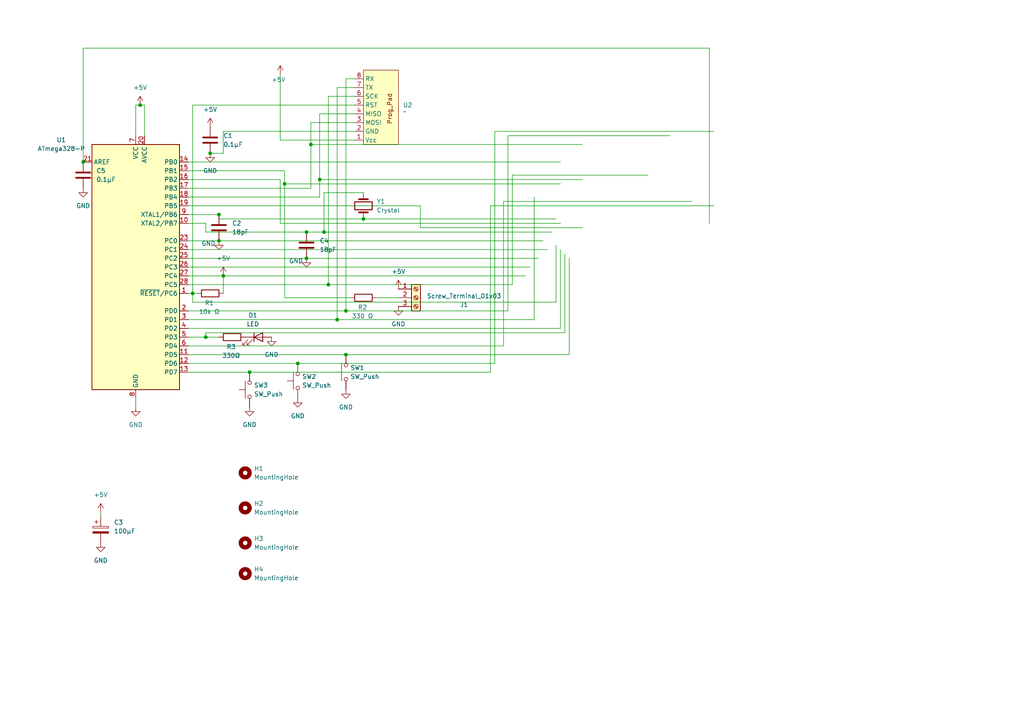
<source format=kicad_sch>
(kicad_sch (version 20250114) (generator "eeschema") (generator_version "9.0")
  (paper "A4")
  (lib_symbols
    (symbol "Connector:Screw_Terminal_01x03" (pin_names (offset 1.016) (hide yes))
      (property "Reference" "J" (at 0 5.08 0))
      (property "Value" "Screw_Terminal_01x03" (at 0 -5.08 0))
      (symbol "Screw_Terminal_01x03_1_1"
        (rectangle (start -1.27 3.81) (end 1.27 -3.81) (stroke (width 0.254)) (fill (type background)))
        (polyline (pts (xy -0.5334 2.8702) (xy 0.3302 2.032)) (stroke (width 0.1524)))
        (polyline (pts (xy -0.5334 0.3302) (xy 0.3302 -0.508)) (stroke (width 0.1524)))
        (polyline (pts (xy -0.5334 -2.2098) (xy 0.3302 -3.048)) (stroke (width 0.1524)))
        (polyline (pts (xy -0.3556 3.048) (xy 0.508 2.2098)) (stroke (width 0.1524)))
        (polyline (pts (xy -0.3556 0.508) (xy 0.508 -0.3302)) (stroke (width 0.1524)))
        (polyline (pts (xy -0.3556 -2.032) (xy 0.508 -2.8702)) (stroke (width 0.1524)))
        (circle (center 0 2.54) (radius 0.635) (stroke (width 0.1524)))
        (circle (center 0 0) (radius 0.635) (stroke (width 0.1524)))
        (circle (center 0 -2.54) (radius 0.635) (stroke (width 0.1524)))
        (pin passive line (at -5.08 2.54 0) (length 3.81) (name "Pin_1") (number "1"))
        (pin passive line (at -5.08 0 0) (length 3.81) (name "Pin_2") (number "2"))
        (pin passive line (at -5.08 -2.54 0) (length 3.81) (name "Pin_3") (number "3"))
      )
    )
    (symbol "Device:C" (pin_numbers (hide yes)) (pin_names (offset 0.254))
      (property "Reference" "C" (at 0.635 2.54 0))
      (property "Value" "C" (at 0.635 -2.54 0))
      (symbol "C_0_1"
        (polyline (pts (xy -2.032 0.762) (xy 2.032 0.762)) (stroke (width 0.508)))
        (polyline (pts (xy -2.032 -0.762) (xy 2.032 -0.762)) (stroke (width 0.508)))
      )
      (symbol "C_1_1"
        (pin passive line (at 0 3.81 270) (length 2.794) (name "~") (number "1"))
        (pin passive line (at 0 -3.81 90) (length 2.794) (name "~") (number "2"))
      )
    )
    (symbol "Device:C_Polarized" (pin_numbers (hide yes)) (pin_names (offset 0.254))
      (property "Reference" "C" (at 0.635 2.54 0))
      (property "Value" "C_Polarized" (at 0.635 -2.54 0))
      (symbol "C_Polarized_0_1"
        (rectangle (start -2.286 0.508) (end 2.286 1.016))
        (polyline (pts (xy -1.778 2.286) (xy -0.762 2.286)))
        (polyline (pts (xy -1.27 2.794) (xy -1.27 1.778)))
        (rectangle (start 2.286 -0.508) (end -2.286 -1.016) (fill (type outline)))
      )
      (symbol "C_Polarized_1_1"
        (pin passive line (at 0 3.81 270) (length 2.794) (name "~") (number "1"))
        (pin passive line (at 0 -3.81 90) (length 2.794) (name "~") (number "2"))
      )
    )
    (symbol "Device:Crystal" (pin_numbers (hide yes)) (pin_names (offset 1.016) (hide yes))
      (property "Reference" "Y" (at 0 3.81 0))
      (property "Value" "Crystal" (at 0 -3.81 0))
      (symbol "Crystal_0_1"
        (polyline (pts (xy -2.54 0) (xy -1.905 0)))
        (polyline (pts (xy -1.905 -1.27) (xy -1.905 1.27)) (stroke (width 0.508)))
        (rectangle (start -1.143 2.54) (end 1.143 -2.54) (stroke (width 0.3048)))
        (polyline (pts (xy 1.905 -1.27) (xy 1.905 1.27)) (stroke (width 0.508)))
        (polyline (pts (xy 2.54 0) (xy 1.905 0)))
      )
      (symbol "Crystal_1_1"
        (pin passive line (at -3.81 0 0) (length 1.27) (name "1") (number "1"))
        (pin passive line (at 3.81 0 180) (length 1.27) (name "2") (number "2"))
      )
    )
    (symbol "Device:LED" (pin_numbers (hide yes)) (pin_names (offset 1.016) (hide yes))
      (property "Reference" "D" (at 0 2.54 0))
      (property "Value" "LED" (at 0 -2.54 0))
      (symbol "LED_0_1"
        (polyline (pts (xy -3.048 -0.762) (xy -4.572 -2.286) (xy -3.81 -2.286) (xy -4.572 -2.286) (xy -4.572 -1.524)))
        (polyline (pts (xy -1.778 -0.762) (xy -3.302 -2.286) (xy -2.54 -2.286) (xy -3.302 -2.286) (xy -3.302 -1.524)))
        (polyline (pts (xy -1.27 0) (xy 1.27 0)))
        (polyline (pts (xy -1.27 -1.27) (xy -1.27 1.27)) (stroke (width 0.254)))
        (polyline (pts (xy 1.27 -1.27) (xy 1.27 1.27) (xy -1.27 0) (xy 1.27 -1.27)) (stroke (width 0.254)))
      )
      (symbol "LED_1_1"
        (pin passive line (at -3.81 0 0) (length 2.54) (name "K") (number "1"))
        (pin passive line (at 3.81 0 180) (length 2.54) (name "A") (number "2"))
      )
    )
    (symbol "Device:R" (pin_numbers (hide yes)) (pin_names (offset 0))
      (property "Reference" "R" (at 2.032 0 90))
      (property "Value" "R" (at 0 0 90))
      (symbol "R_0_1"
        (rectangle (start -1.016 -2.54) (end 1.016 2.54) (stroke (width 0.254)))
      )
      (symbol "R_1_1"
        (pin passive line (at 0 3.81 270) (length 1.27) (name "~") (number "1"))
        (pin passive line (at 0 -3.81 90) (length 1.27) (name "~") (number "2"))
      )
    )
    (symbol "MCU_Microchip_ATmega:ATmega328-P"
      (property "Reference" "U" (at -12.7 36.83 0))
      (property "Value" "ATmega328-P" (at 2.54 -36.83 0))
      (symbol "ATmega328-P_0_1"
        (rectangle (start -12.7 -35.56) (end 12.7 35.56) (stroke (width 0.254)) (fill (type background)))
      )
      (symbol "ATmega328-P_1_1"
        (pin passive line (at -15.24 30.48 0) (length 2.54) (name "AREF") (number "21"))
        (pin power_in line (at 0 38.1 270) (length 2.54) (name "VCC") (number "7"))
        (pin passive line (at 0 -38.1 90) (length 2.54) (hide yes) (name "GND") (number "22"))
        (pin power_in line (at 0 -38.1 90) (length 2.54) (name "GND") (number "8"))
        (pin power_in line (at 2.54 38.1 270) (length 2.54) (name "AVCC") (number "20"))
        (pin bidirectional line (at 15.24 30.48 180) (length 2.54) (name "PB0") (number "14"))
        (pin bidirectional line (at 15.24 27.94 180) (length 2.54) (name "PB1") (number "15"))
        (pin bidirectional line (at 15.24 25.4 180) (length 2.54) (name "PB2") (number "16"))
        (pin bidirectional line (at 15.24 22.86 180) (length 2.54) (name "PB3") (number "17"))
        (pin bidirectional line (at 15.24 20.32 180) (length 2.54) (name "PB4") (number "18"))
        (pin bidirectional line (at 15.24 17.78 180) (length 2.54) (name "PB5") (number "19"))
        (pin bidirectional line (at 15.24 15.24 180) (length 2.54) (name "XTAL1/PB6") (number "9"))
        (pin bidirectional line (at 15.24 12.7 180) (length 2.54) (name "XTAL2/PB7") (number "10"))
        (pin bidirectional line (at 15.24 7.62 180) (length 2.54) (name "PC0") (number "23"))
        (pin bidirectional line (at 15.24 5.08 180) (length 2.54) (name "PC1") (number "24"))
        (pin bidirectional line (at 15.24 2.54 180) (length 2.54) (name "PC2") (number "25"))
        (pin bidirectional line (at 15.24 0 180) (length 2.54) (name "PC3") (number "26"))
        (pin bidirectional line (at 15.24 -2.54 180) (length 2.54) (name "PC4") (number "27"))
        (pin bidirectional line (at 15.24 -5.08 180) (length 2.54) (name "PC5") (number "28"))
        (pin bidirectional line (at 15.24 -7.62 180) (length 2.54) (name "~{RESET}/PC6") (number "1"))
        (pin bidirectional line (at 15.24 -12.7 180) (length 2.54) (name "PD0") (number "2"))
        (pin bidirectional line (at 15.24 -15.24 180) (length 2.54) (name "PD1") (number "3"))
        (pin bidirectional line (at 15.24 -17.78 180) (length 2.54) (name "PD2") (number "4"))
        (pin bidirectional line (at 15.24 -20.32 180) (length 2.54) (name "PD3") (number "5"))
        (pin bidirectional line (at 15.24 -22.86 180) (length 2.54) (name "PD4") (number "6"))
        (pin bidirectional line (at 15.24 -25.4 180) (length 2.54) (name "PD5") (number "11"))
        (pin bidirectional line (at 15.24 -27.94 180) (length 2.54) (name "PD6") (number "12"))
        (pin bidirectional line (at 15.24 -30.48 180) (length 2.54) (name "PD7") (number "13"))
      )
    )
    (symbol "Mechanical:MountingHole" (pin_names (offset 1.016)) (in_bom no)
      (property "Reference" "H" (at 0 5.08 0))
      (property "Value" "MountingHole" (at 0 3.175 0))
      (symbol "MountingHole_0_1"
        (circle (center 0 0) (radius 1.27) (stroke (width 1.27)))
      )
    )
    (symbol "Programming_Pad_1"
      (property "Reference" "U" (at 0 0 0))
      (symbol "Programming_Pad_1_1_1"
        (rectangle (start 2.54 21.59) (end 12.7 0) (fill (type background)))
        (text "Prog_Pad" (at 10.16 10.414 900) (effects (font (size 1.27 1.27))))
        (pin bidirectional line (at 0 19.05 0) (length 2.54) (name "RX") (number "8"))
        (pin bidirectional line (at 0 16.51 0) (length 2.54) (name "TX") (number "7"))
        (pin bidirectional line (at 0 13.97 0) (length 2.54) (name "SCK") (number "6"))
        (pin bidirectional line (at 0 11.43 0) (length 2.54) (name "RST") (number "5"))
        (pin bidirectional line (at 0 8.89 0) (length 2.54) (name "MISO") (number "4"))
        (pin bidirectional line (at 0 6.35 0) (length 2.54) (name "MOSI") (number "3"))
        (pin power_in line (at 0 3.81 0) (length 2.54) (name "GND") (number "2"))
        (pin power_in line (at 0 1.27 0) (length 2.54) (name "Vcc") (number "1"))
      )
    )
    (symbol "Switch:SW_Push" (pin_numbers (hide yes)) (pin_names (offset 1.016) (hide yes))
      (property "Reference" "SW" (at 1.27 2.54 0))
      (property "Value" "SW_Push" (at 0 -1.524 0))
      (symbol "SW_Push_0_1"
        (circle (center -2.032 0) (radius 0.508))
        (polyline (pts (xy 0 1.27) (xy 0 3.048)))
        (circle (center 2.032 0) (radius 0.508))
        (polyline (pts (xy 2.54 1.27) (xy -2.54 1.27)))
        (pin passive line (at -5.08 0 0) (length 2.54) (name "1") (number "1"))
        (pin passive line (at 5.08 0 180) (length 2.54) (name "2") (number "2"))
      )
    )
    (symbol "power:+5V" (power) (pin_numbers (hide yes)) (pin_names (offset 0) (hide yes))
      (property "Value" "+5V" (at 0 3.556 0))
      (symbol "+5V_0_1"
        (polyline (pts (xy -0.762 1.27) (xy 0 2.54)))
        (polyline (pts (xy 0 2.54) (xy 0.762 1.27)))
        (polyline (pts (xy 0 0) (xy 0 2.54)))
      )
      (symbol "+5V_1_1"
        (pin power_in line (at 0 0 90) (length 0) (name "~") (number "1"))
      )
    )
    (symbol "power:GND" (power) (pin_numbers (hide yes)) (pin_names (offset 0) (hide yes))
      (property "Value" "GND" (at 0 -3.81 0))
      (symbol "GND_0_1"
        (polyline (pts (xy 0 0) (xy 0 -1.27) (xy 1.27 -1.27) (xy 0 -2.54) (xy -1.27 -1.27) (xy 0 -1.27)))
      )
      (symbol "GND_1_1"
        (pin power_in line (at 0 0 270) (length 0) (name "~") (number "1"))
      )
    )
  )
  (junction (at 95.25 82.55))
  (junction (at 90.17 41.91))
  (junction (at 59.69 97.79))
  (junction (at 55.88 85.09))
  (junction (at 82.55 53.34))
  (junction (at 100.33 102.87))
  (junction (at 64.77 80.01))
  (junction (at 63.5 62.23))
  (junction (at 72.39 107.95))
  (junction (at 88.9 67.31))
  (junction (at 40.64 30.48))
  (junction (at 93.98 67.31))
  (junction (at 97.79 92.71))
  (junction (at 100.33 90.17))
  (junction (at 105.41 63.5))
  (junction (at 88.9 74.93))
  (junction (at 60.96 44.45))
  (junction (at 92.71 52.07))
  (junction (at 24.13 46.99))
  (junction (at 63.5 69.85))
  (junction (at 86.36 105.41))
  (wire (pts (xy 24.13 46.99) (xy 24.13 13.97)))
  (wire (pts (xy 54.61 69.85) (xy 63.5 69.85)))
  (wire (pts (xy 100.33 90.17) (xy 147.32 90.17)))
  (wire (pts (xy 63.5 63.5) (xy 105.41 63.5)))
  (wire (pts (xy 54.61 57.15) (xy 92.71 57.15)))
  (wire (pts (xy 29.21 148.59) (xy 29.21 149.86)))
  (wire (pts (xy 121.92 59.69) (xy 121.92 66.04)))
  (wire (pts (xy 54.61 72.39) (xy 158.75 72.39)))
  (wire (pts (xy 97.79 92.71) (xy 97.79 25.4)))
  (wire (pts (xy 39.37 30.48) (xy 39.37 39.37)))
  (wire (pts (xy 64.77 80.01) (xy 64.77 85.09)))
  (wire (pts (xy 162.56 95.25) (xy 162.56 72.39)))
  (wire (pts (xy 24.13 13.97) (xy 205.74 13.97)))
  (wire (pts (xy 90.17 54.61) (xy 90.17 41.91)))
  (wire (pts (xy 95.25 82.55) (xy 95.25 27.94)))
  (wire (pts (xy 82.55 53.34) (xy 82.55 86.36)))
  (wire (pts (xy 161.29 87.63) (xy 161.29 71.12)))
  (wire (pts (xy 88.9 67.31) (xy 93.98 67.31)))
  (wire (pts (xy 146.05 58.42) (xy 200.66 58.42)))
  (wire (pts (xy 82.55 86.36) (xy 101.6 86.36)))
  (wire (pts (xy 54.61 64.77) (xy 59.69 64.77)))
  (wire (pts (xy 148.59 50.8) (xy 187.96 50.8)))
  (wire (pts (xy 100.33 102.87) (xy 165.1 102.87)))
  (wire (pts (xy 59.69 96.52) (xy 163.83 96.52)))
  (wire (pts (xy 148.59 82.55) (xy 148.59 50.8)))
  (wire (pts (xy 59.69 64.77) (xy 59.69 67.31)))
  (wire (pts (xy 81.28 40.64) (xy 102.87 40.64)))
  (wire (pts (xy 90.17 41.91) (xy 90.17 35.56)))
  (wire (pts (xy 82.55 53.34) (xy 162.56 53.34)))
  (wire (pts (xy 57.15 85.09) (xy 55.88 85.09)))
  (wire (pts (xy 54.61 80.01) (xy 64.77 80.01)))
  (wire (pts (xy 146.05 100.33) (xy 146.05 58.42)))
  (wire (pts (xy 54.61 97.79) (xy 59.69 97.79)))
  (wire (pts (xy 92.71 52.07) (xy 92.71 33.02)))
  (wire (pts (xy 100.33 22.86) (xy 102.87 22.86)))
  (wire (pts (xy 82.55 49.53) (xy 82.55 53.34)))
  (wire (pts (xy 154.94 92.71) (xy 154.94 57.15)))
  (wire (pts (xy 81.28 64.77) (xy 162.56 64.77)))
  (wire (pts (xy 97.79 92.71) (xy 154.94 92.71)))
  (wire (pts (xy 93.98 55.88) (xy 105.41 55.88)))
  (wire (pts (xy 121.92 66.04) (xy 168.91 66.04)))
  (wire (pts (xy 163.83 96.52) (xy 163.83 73.66)))
  (wire (pts (xy 54.61 100.33) (xy 146.05 100.33)))
  (wire (pts (xy 55.88 30.48) (xy 55.88 85.09)))
  (wire (pts (xy 95.25 82.55) (xy 148.59 82.55)))
  (wire (pts (xy 143.51 105.41) (xy 86.36 105.41)))
  (wire (pts (xy 142.24 59.69) (xy 207.01 59.69)))
  (wire (pts (xy 72.39 107.95) (xy 142.24 107.95)))
  (wire (pts (xy 54.61 46.99) (xy 162.56 46.99)))
  (wire (pts (xy 97.79 25.4) (xy 102.87 25.4)))
  (wire (pts (xy 55.88 85.09) (xy 55.88 87.63)))
  (wire (pts (xy 55.88 87.63) (xy 161.29 87.63)))
  (wire (pts (xy 54.61 90.17) (xy 100.33 90.17)))
  (wire (pts (xy 92.71 52.07) (xy 168.91 52.07)))
  (wire (pts (xy 105.41 63.5) (xy 161.29 63.5)))
  (wire (pts (xy 90.17 35.56) (xy 102.87 35.56)))
  (wire (pts (xy 54.61 49.53) (xy 82.55 49.53)))
  (wire (pts (xy 81.28 52.07) (xy 81.28 64.77)))
  (wire (pts (xy 205.74 13.97) (xy 205.74 64.77)))
  (wire (pts (xy 54.61 107.95) (xy 72.39 107.95)))
  (wire (pts (xy 39.37 118.11) (xy 39.37 115.57)))
  (wire (pts (xy 54.61 92.71) (xy 97.79 92.71)))
  (wire (pts (xy 63.5 63.5) (xy 63.5 62.23)))
  (wire (pts (xy 165.1 102.87) (xy 165.1 74.93)))
  (wire (pts (xy 59.69 67.31) (xy 88.9 67.31)))
  (wire (pts (xy 142.24 107.95) (xy 142.24 59.69)))
  (wire (pts (xy 100.33 22.86) (xy 100.33 90.17)))
  (wire (pts (xy 54.61 74.93) (xy 88.9 74.93)))
  (wire (pts (xy 55.88 85.09) (xy 54.61 85.09)))
  (wire (pts (xy 147.32 39.37) (xy 194.31 39.37)))
  (wire (pts (xy 93.98 67.31) (xy 93.98 55.88)))
  (wire (pts (xy 54.61 59.69) (xy 121.92 59.69)))
  (wire (pts (xy 64.77 80.01) (xy 152.4 80.01)))
  (wire (pts (xy 54.61 105.41) (xy 86.36 105.41)))
  (wire (pts (xy 59.69 97.79) (xy 63.5 97.79)))
  (wire (pts (xy 40.64 30.48) (xy 39.37 30.48)))
  (wire (pts (xy 59.69 97.79) (xy 59.69 96.52)))
  (wire (pts (xy 64.77 44.45) (xy 60.96 44.45)))
  (wire (pts (xy 143.51 38.1) (xy 143.51 105.41)))
  (wire (pts (xy 54.61 62.23) (xy 63.5 62.23)))
  (wire (pts (xy 102.87 30.48) (xy 55.88 30.48)))
  (wire (pts (xy 41.91 30.48) (xy 40.64 30.48)))
  (wire (pts (xy 92.71 57.15) (xy 92.71 52.07)))
  (wire (pts (xy 54.61 82.55) (xy 95.25 82.55)))
  (wire (pts (xy 54.61 54.61) (xy 90.17 54.61)))
  (wire (pts (xy 81.28 21.59) (xy 81.28 40.64)))
  (wire (pts (xy 102.87 38.1) (xy 64.77 38.1)))
  (wire (pts (xy 147.32 90.17) (xy 147.32 39.37)))
  (wire (pts (xy 88.9 74.93) (xy 156.21 74.93)))
  (wire (pts (xy 109.22 86.36) (xy 115.57 86.36)))
  (wire (pts (xy 207.01 38.1) (xy 143.51 38.1)))
  (wire (pts (xy 54.61 95.25) (xy 162.56 95.25)))
  (wire (pts (xy 93.98 67.31) (xy 160.02 67.31)))
  (wire (pts (xy 92.71 33.02) (xy 102.87 33.02)))
  (wire (pts (xy 41.91 39.37) (xy 41.91 30.48)))
  (wire (pts (xy 168.91 41.91) (xy 90.17 41.91)))
  (wire (pts (xy 54.61 77.47) (xy 153.67 77.47)))
  (wire (pts (xy 95.25 27.94) (xy 102.87 27.94)))
  (wire (pts (xy 63.5 69.85) (xy 157.48 69.85)))
  (wire (pts (xy 54.61 52.07) (xy 81.28 52.07)))
  (wire (pts (xy 54.61 102.87) (xy 100.33 102.87)))
  (wire (pts (xy 64.77 38.1) (xy 64.77 44.45)))
  (symbol (lib_id "Device:C") (at 63.5 66.04 0) (unit 1)
    (property "Reference" "C2" (at 67.31 64.7699 0) (effects (justify left)))
    (property "Value" "18pF" (at 67.31 67.3099 0) (effects (justify left)))
    (property "Footprint" "Capacitor_SMD:C_1206_3216Metric_Pad1.33x1.80mm_HandSolder" (effects (hide yes)))
    (property "Description" "Unpolarized capacitor" (effects (hide yes)))
  )
  (symbol (lib_id "Mechanical:MountingHole") (at 71.12 147.32 0) (unit 1) (in_bom no)
    (property "Reference" "H2" (at 73.66 146.0499 0) (effects (justify left)))
    (property "Value" "MountingHole" (at 73.66 148.5899 0) (effects (justify left)))
    (property "Footprint" "MountingHole:MountingHole_2mm" (effects (hide yes)))
    (property "Description" "Mounting Hole without connection" (effects (hide yes)))
  )
  (symbol (lib_id "Switch:SW_Push") (at 72.39 113.03 90) (unit 1)
    (property "Reference" "SW3" (at 73.66 111.7599 90) (effects (justify right)))
    (property "Value" "SW_Push" (at 73.66 114.2999 90) (effects (justify right)))
    (property "Footprint" "Button_Switch_THT:SW_PUSH-12mm" (effects (hide yes)))
    (property "Description" "Push button switch, generic, two pins" (effects (hide yes)))
  )
  (symbol (lib_id "power:GND") (at 39.37 118.11 0) (unit 1)
    (property "Reference" "#PWR01" (effects (hide yes)))
    (property "Value" "GND" (at 39.37 123.19 0))
    (property "Description" "Power symbol creates a global label with name \"GND\" , ground" (effects (hide yes)))
  )
  (symbol (lib_id "power:GND") (at 100.33 113.03 0) (unit 1)
    (property "Reference" "#PWR014" (effects (hide yes)))
    (property "Value" "GND" (at 100.33 118.11 0))
    (property "Description" "Power symbol creates a global label with name \"GND\" , ground" (effects (hide yes)))
  )
  (symbol (lib_id "power:GND") (at 78.74 97.79 0) (unit 1)
    (property "Reference" "#PWR06" (effects (hide yes)))
    (property "Value" "GND" (at 78.74 102.87 0))
    (property "Description" "Power symbol creates a global label with name \"GND\" , ground" (effects (hide yes)))
  )
  (symbol (lib_id "Device:R") (at 60.96 85.09 90) (unit 1)
    (property "Reference" "R1" (at 60.706 87.884 90))
    (property "Value" "10k Ω" (at 60.706 90.424 90))
    (property "Footprint" "Resistor_SMD:R_1206_3216Metric_Pad1.30x1.75mm_HandSolder" (effects (hide yes)))
    (property "Description" "Resistor" (effects (hide yes)))
  )
  (symbol (lib_id "power:GND") (at 29.21 157.48 0) (unit 1)
    (property "Reference" "#PWR012" (effects (hide yes)))
    (property "Value" "GND" (at 29.21 162.56 0))
    (property "Description" "Power symbol creates a global label with name \"GND\" , ground" (effects (hide yes)))
  )
  (symbol (lib_id "power:GND") (at 86.36 115.57 0) (unit 1)
    (property "Reference" "#PWR013" (effects (hide yes)))
    (property "Value" "GND" (at 86.36 120.65 0))
    (property "Description" "Power symbol creates a global label with name \"GND\" , ground" (effects (hide yes)))
  )
  (symbol (lib_id "power:+5V") (at 40.64 30.48 0) (unit 1)
    (property "Reference" "#PWR02" (effects (hide yes)))
    (property "Value" "+5V" (at 40.64 25.4 0))
    (property "Description" "Power symbol creates a global label with name \"+5V\"" (effects (hide yes)))
  )
  (symbol (lib_id "Switch:SW_Push") (at 100.33 107.95 90) (unit 1)
    (property "Reference" "SW1" (at 101.6 106.6799 90) (effects (justify right)))
    (property "Value" "SW_Push" (at 101.6 109.2199 90) (effects (justify right)))
    (property "Footprint" "Button_Switch_THT:SW_PUSH-12mm" (effects (hide yes)))
    (property "Description" "Push button switch, generic, two pins" (effects (hide yes)))
  )
  (symbol (lib_id "power:+5V") (at 60.96 36.83 0) (unit 1)
    (property "Reference" "#PWR04" (effects (hide yes)))
    (property "Value" "+5V" (at 60.96 31.75 0))
    (property "Description" "Power symbol creates a global label with name \"+5V\"" (effects (hide yes)))
  )
  (symbol (lib_id "Mechanical:MountingHole") (at 71.12 166.37 0) (unit 1) (in_bom no)
    (property "Reference" "H4" (at 73.66 165.0999 0) (effects (justify left)))
    (property "Value" "MountingHole" (at 73.66 167.6399 0) (effects (justify left)))
    (property "Footprint" "MountingHole:MountingHole_2mm" (effects (hide yes)))
    (property "Description" "Mounting Hole without connection" (effects (hide yes)))
  )
  (symbol (lib_id "power:+5V") (at 29.21 148.59 0) (unit 1)
    (property "Reference" "#PWR011" (effects (hide yes)))
    (property "Value" "+5V" (at 29.21 143.51 0))
    (property "Description" "Power symbol creates a global label with name \"+5V\"" (effects (hide yes)))
  )
  (symbol (lib_id "Mechanical:MountingHole") (at 71.12 157.48 0) (unit 1) (in_bom no)
    (property "Reference" "H3" (at 73.66 156.2099 0) (effects (justify left)))
    (property "Value" "MountingHole" (at 73.66 158.7499 0) (effects (justify left)))
    (property "Footprint" "MountingHole:MountingHole_2mm" (effects (hide yes)))
    (property "Description" "Mounting Hole without connection" (effects (hide yes)))
  )
  (symbol (lib_id "power:GND") (at 24.13 54.61 0) (unit 1)
    (property "Reference" "#PWR07" (effects (hide yes)))
    (property "Value" "GND" (at 24.13 59.69 0))
    (property "Description" "Power symbol creates a global label with name \"GND\" , ground" (effects (hide yes)))
  )
  (symbol (lib_id "power:GND") (at 63.5 69.85 0) (unit 1)
    (property "Reference" "#PWR08" (effects (hide yes)))
    (property "Value" "GND" (at 60.452 70.612 0))
    (property "Description" "Power symbol creates a global label with name \"GND\" , ground" (effects (hide yes)))
  )
  (symbol (lib_id "Device:R") (at 105.41 86.36 90) (unit 1)
    (property "Reference" "R2" (at 105.156 89.154 90))
    (property "Value" "330 Ω" (at 105.156 91.694 90))
    (property "Footprint" "Resistor_SMD:R_1206_3216Metric_Pad1.30x1.75mm_HandSolder" (effects (hide yes)))
    (property "Description" "Resistor" (effects (hide yes)))
  )
  (symbol (lib_id "Switch:SW_Push") (at 86.36 110.49 90) (unit 1)
    (property "Reference" "SW2" (at 87.63 109.2199 90) (effects (justify right)))
    (property "Value" "SW_Push" (at 87.63 111.7599 90) (effects (justify right)))
    (property "Footprint" "Button_Switch_THT:SW_PUSH-12mm" (effects (hide yes)))
    (property "Description" "Push button switch, generic, two pins" (effects (hide yes)))
  )
  (symbol (lib_id "Device:Crystal") (at 105.41 59.69 90) (unit 1)
    (property "Reference" "Y1" (at 109.22 58.4199 90) (effects (justify right)))
    (property "Value" "Crystal" (at 109.22 60.9599 90) (effects (justify right)))
    (property "Footprint" "Crystal:Crystal_HC49-U_Vertical" (effects (hide yes)))
    (property "Description" "Two pin crystal" (effects (hide yes)))
  )
  (symbol (lib_id "Device:C") (at 24.13 50.8 0) (unit 1)
    (property "Reference" "C5" (at 27.94 49.5299 0) (effects (justify left)))
    (property "Value" "0.1μF" (at 27.94 52.0699 0) (effects (justify left)))
    (property "Footprint" "Capacitor_SMD:C_1206_3216Metric_Pad1.33x1.80mm_HandSolder" (effects (hide yes)))
    (property "Description" "Unpolarized capacitor" (effects (hide yes)))
  )
  (symbol (lib_id "power:GND") (at 60.96 44.45 0) (unit 1)
    (property "Reference" "#PWR05" (effects (hide yes)))
    (property "Value" "GND" (at 60.96 49.53 0))
    (property "Description" "Power symbol creates a global label with name \"GND\" , ground" (effects (hide yes)))
  )
  (symbol (lib_id "power:GND") (at 88.9 74.93 0) (unit 1)
    (property "Reference" "#PWR017" (effects (hide yes)))
    (property "Value" "GND" (at 85.852 75.692 0))
    (property "Description" "Power symbol creates a global label with name \"GND\" , ground" (effects (hide yes)))
  )
  (symbol (lib_id "Device:R") (at 67.31 97.79 90) (unit 1)
    (property "Reference" "R3" (at 67.056 100.584 90))
    (property "Value" "330Ω" (at 67.056 103.124 90))
    (property "Footprint" "Resistor_SMD:R_1206_3216Metric_Pad1.30x1.75mm_HandSolder" (effects (hide yes)))
    (property "Description" "Resistor" (effects (hide yes)))
  )
  (symbol (lib_id "Device:LED") (at 74.93 97.79 0) (unit 1)
    (property "Reference" "D1" (at 73.3425 91.44 0))
    (property "Value" "LED" (at 73.3425 93.98 0))
    (property "Footprint" "LED_SMD:LED_1206_3216Metric_Pad1.42x1.75mm_HandSolder" (effects (hide yes)))
    (property "Description" "Light emitting diode" (effects (hide yes)))
    (property "Sim.Pins" "1=K 2=A" (effects (hide yes)))
  )
  (symbol (lib_id "Device:C") (at 60.96 40.64 0) (unit 1)
    (property "Reference" "C1" (at 64.77 39.3699 0) (effects (justify left)))
    (property "Value" "0.1μF" (at 64.77 41.9099 0) (effects (justify left)))
    (property "Footprint" "Capacitor_SMD:C_1206_3216Metric_Pad1.33x1.80mm_HandSolder" (effects (hide yes)))
    (property "Description" "Unpolarized capacitor" (effects (hide yes)))
  )
  (symbol (lib_id "Device:C_Polarized") (at 29.21 153.67 0) (unit 1)
    (property "Reference" "C3" (at 33.02 151.5109 0) (effects (justify left)))
    (property "Value" "100μF" (at 33.02 154.0509 0) (effects (justify left)))
    (property "Footprint" "Capacitor_THT:CP_Radial_D5.0mm_P2.00mm" (effects (hide yes)))
    (property "Description" "Polarized capacitor" (effects (hide yes)))
  )
  (symbol (lib_id "power:+5V") (at 64.77 80.01 0) (unit 1)
    (property "Reference" "#PWR03" (effects (hide yes)))
    (property "Value" "+5V" (at 64.77 74.93 0))
    (property "Description" "Power symbol creates a global label with name \"+5V\"" (effects (hide yes)))
  )
  (symbol (lib_id "power:GND") (at 72.39 118.11 0) (unit 1)
    (property "Reference" "#PWR010" (effects (hide yes)))
    (property "Value" "GND" (at 72.39 123.19 0))
    (property "Description" "Power symbol creates a global label with name \"GND\" , ground" (effects (hide yes)))
  )
  (symbol (lib_id "power:GND") (at 115.57 88.9 0) (unit 1)
    (property "Reference" "#PWR016" (effects (hide yes)))
    (property "Value" "GND" (at 115.57 93.98 0))
    (property "Description" "Power symbol creates a global label with name \"GND\" , ground" (effects (hide yes)))
  )
  (symbol (lib_id "power:+5V") (at 81.28 21.59 0) (unit 1)
    (property "Reference" "#PWR09" (effects (hide yes)))
    (property "Value" "+5V" (at 80.772 23.114 0))
    (property "Description" "Power symbol creates a global label with name \"+5V\"" (effects (hide yes)))
  )
  (symbol (lib_id "MCU_Microchip_ATmega:ATmega328-P") (at 39.37 77.47 0) (unit 1)
    (property "Reference" "U1" (at 17.78 40.5698 0))
    (property "Value" "ATmega328-P" (at 17.78 43.1098 0))
    (property "Footprint" "Package_DIP:DIP-28_W7.62mm_Socket" (effects (hide yes)))
    (property "Datasheet" "http://ww1.microchip.com/downloads/en/DeviceDoc/ATmega328_P%20AVR%20MCU%20with%20picoPower%20Technology%20Data%20Sheet%2040001984A.pdf" (effects (hide yes)))
    (property "Description" "20MHz, 32kB Flash, 2kB SRAM, 1kB EEPROM, DIP-28" (effects (hide yes)))
  )
  (symbol (lib_id "Connector:Screw_Terminal_01x03") (at 120.65 86.36 0) (unit 1)
    (property "Reference" "J1" (at 134.62 88.392 0))
    (property "Value" "Screw_Terminal_01x03" (at 134.62 85.852 0))
    (property "Footprint" "TerminalBlock:TerminalBlock_MaiXu_MX126-5.0-03P_1x03_P5.00mm" (effects (hide yes)))
    (property "Description" "Generic screw terminal, single row, 01x03, script generated (kicad-library-utils/schlib/autogen/connector/)" (effects (hide yes)))
  )
  (symbol (lib_name "Programming_Pad_1") (lib_id "pad_lib:Programming_Pad") (at 102.87 41.91 0) (unit 1)
    (property "Reference" "U2" (at 116.84 30.4799 0) (effects (justify left)))
    (property "Value" "~" (at 116.84 32.385 0) (effects (justify left)))
    (property "Footprint" "Programming_Pad:Programming_Pad" (effects (hide yes)))
  )
  (symbol (lib_id "Mechanical:MountingHole") (at 71.12 137.16 0) (unit 1) (in_bom no)
    (property "Reference" "H1" (at 73.66 135.8899 0) (effects (justify left)))
    (property "Value" "MountingHole" (at 73.66 138.4299 0) (effects (justify left)))
    (property "Footprint" "MountingHole:MountingHole_2mm" (effects (hide yes)))
    (property "Description" "Mounting Hole without connection" (effects (hide yes)))
  )
  (symbol (lib_id "power:+5V") (at 115.57 83.82 0) (unit 1)
    (property "Reference" "#PWR015" (effects (hide yes)))
    (property "Value" "+5V" (at 115.57 78.74 0))
    (property "Description" "Power symbol creates a global label with name \"+5V\"" (effects (hide yes)))
  )
  (symbol (lib_id "Device:C") (at 88.9 71.12 0) (unit 1)
    (property "Reference" "C4" (at 92.71 69.8499 0) (effects (justify left)))
    (property "Value" "18pF" (at 92.71 72.3899 0) (effects (justify left)))
    (property "Footprint" "Capacitor_SMD:C_1206_3216Metric_Pad1.33x1.80mm_HandSolder" (effects (hide yes)))
    (property "Description" "Unpolarized capacitor" (effects (hide yes)))
  )
)
</source>
